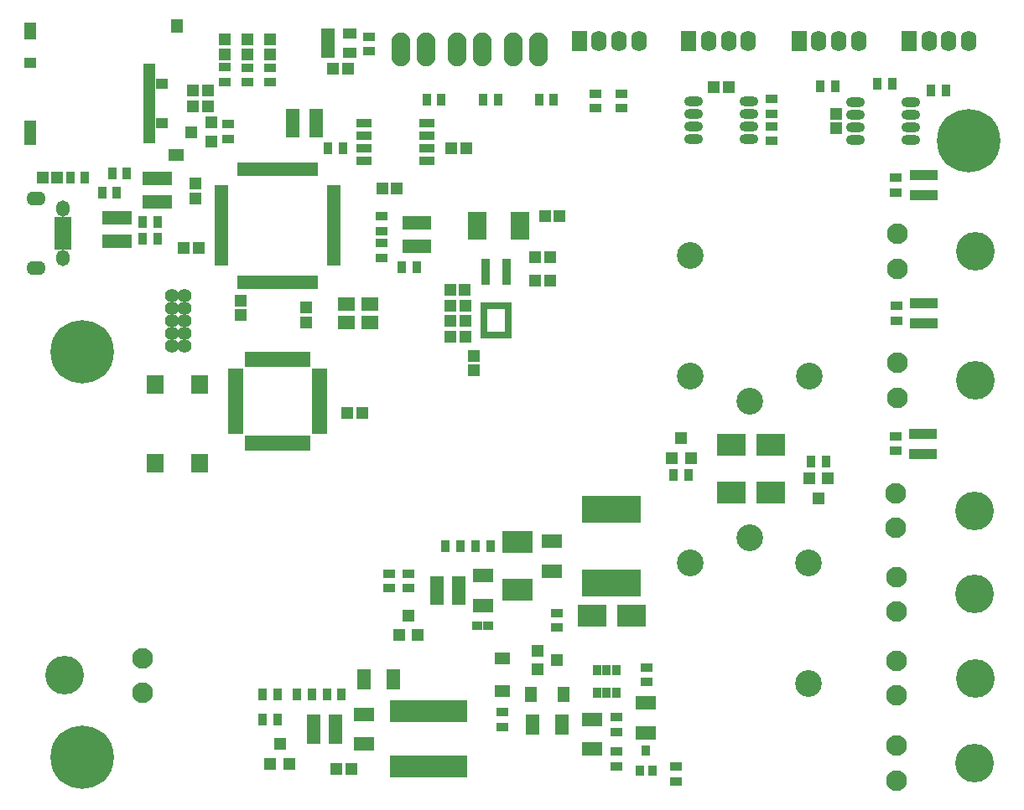
<source format=gbr>
G04 #@! TF.FileFunction,Soldermask,Top*
%FSLAX46Y46*%
G04 Gerber Fmt 4.6, Leading zero omitted, Abs format (unit mm)*
G04 Created by KiCad (PCBNEW 4.0.2-stable) date 4/11/2016 8:36:19 PM*
%MOMM*%
G01*
G04 APERTURE LIST*
%ADD10C,0.100000*%
%ADD11C,2.700000*%
%ADD12R,1.400000X0.650000*%
%ADD13R,0.650000X1.400000*%
%ADD14R,1.700000X1.950000*%
%ADD15R,1.600000X1.000000*%
%ADD16R,1.000000X1.600000*%
%ADD17R,1.850000X0.850000*%
%ADD18R,1.200000X1.150000*%
%ADD19R,1.150000X1.200000*%
%ADD20R,2.000000X1.400000*%
%ADD21R,1.000000X0.900000*%
%ADD22R,1.400000X2.000000*%
%ADD23R,1.310000X1.620000*%
%ADD24R,1.620000X1.310000*%
%ADD25R,0.857200X1.111200*%
%ADD26R,2.899360X2.200860*%
%ADD27R,6.000000X2.700000*%
%ADD28R,3.100020X2.200860*%
%ADD29R,7.900000X2.200000*%
%ADD30R,1.750000X0.800000*%
%ADD31O,1.350000X1.650000*%
%ADD32O,1.950000X1.400000*%
%ADD33C,1.400000*%
%ADD34R,1.200100X1.200100*%
%ADD35R,0.810000X1.050000*%
%ADD36R,0.908000X1.099000*%
%ADD37R,0.900000X1.300000*%
%ADD38R,1.300000X0.900000*%
%ADD39O,1.906220X3.414980*%
%ADD40R,1.460000X1.050000*%
%ADD41O,1.873200X1.009600*%
%ADD42R,1.543000X0.908000*%
%ADD43R,1.197560X1.197560*%
%ADD44R,1.600000X2.100000*%
%ADD45O,1.600000X2.100000*%
%ADD46R,1.550000X1.145000*%
%ADD47R,1.300000X1.350000*%
%ADD48R,1.150000X1.100000*%
%ADD49R,1.250000X1.600000*%
%ADD50R,1.150000X1.050000*%
%ADD51R,1.250000X1.700000*%
%ADD52R,1.700000X1.450000*%
%ADD53C,2.100000*%
%ADD54C,3.900000*%
%ADD55C,6.400000*%
%ADD56R,0.900000X0.750000*%
%ADD57R,0.800000X0.690000*%
%ADD58R,0.690000X0.800000*%
%ADD59R,0.800000X0.680000*%
%ADD60R,1.100000X1.400000*%
%ADD61R,1.400000X1.100000*%
G04 APERTURE END LIST*
D10*
D11*
X157423600Y-89875200D03*
X151423600Y-87325200D03*
X163423600Y-87325200D03*
X151423600Y-75125200D03*
D12*
X104078800Y-68335200D03*
X104078800Y-68835200D03*
X104078800Y-69335200D03*
X104078800Y-69835200D03*
X104078800Y-70335200D03*
X104078800Y-70835200D03*
X104078800Y-71335200D03*
X104078800Y-71835200D03*
X104078800Y-72335200D03*
X104078800Y-72835200D03*
X104078800Y-73335200D03*
X104078800Y-73835200D03*
X104078800Y-74335200D03*
X104078800Y-74835200D03*
X104078800Y-75335200D03*
X104078800Y-75835200D03*
D13*
X106028800Y-77785200D03*
X106528800Y-77785200D03*
X107028800Y-77785200D03*
X107528800Y-77785200D03*
X108028800Y-77785200D03*
X108528800Y-77785200D03*
X109028800Y-77785200D03*
X109528800Y-77785200D03*
X110028800Y-77785200D03*
X110528800Y-77785200D03*
X111028800Y-77785200D03*
X111528800Y-77785200D03*
X112028800Y-77785200D03*
X112528800Y-77785200D03*
X113028800Y-77785200D03*
X113528800Y-77785200D03*
D12*
X115478800Y-75835200D03*
X115478800Y-75335200D03*
X115478800Y-74835200D03*
X115478800Y-74335200D03*
X115478800Y-73835200D03*
X115478800Y-73335200D03*
X115478800Y-72835200D03*
X115478800Y-72335200D03*
X115478800Y-71835200D03*
X115478800Y-71335200D03*
X115478800Y-70835200D03*
X115478800Y-70335200D03*
X115478800Y-69835200D03*
X115478800Y-69335200D03*
X115478800Y-68835200D03*
X115478800Y-68335200D03*
D13*
X113528800Y-66385200D03*
X113028800Y-66385200D03*
X112528800Y-66385200D03*
X112028800Y-66385200D03*
X111528800Y-66385200D03*
X111028800Y-66385200D03*
X110528800Y-66385200D03*
X110028800Y-66385200D03*
X109528800Y-66385200D03*
X109028800Y-66385200D03*
X108528800Y-66385200D03*
X108028800Y-66385200D03*
X107528800Y-66385200D03*
X107028800Y-66385200D03*
X106528800Y-66385200D03*
X106028800Y-66385200D03*
D14*
X101919600Y-88176200D03*
X101919600Y-96126200D03*
X97419600Y-88176200D03*
X97419600Y-96126200D03*
D15*
X114028800Y-92665200D03*
X114028800Y-91865200D03*
X114028800Y-91065200D03*
X114028800Y-90265200D03*
X114028800Y-89465200D03*
X114028800Y-88665200D03*
X114028800Y-87865200D03*
X114028800Y-87065200D03*
D16*
X112578800Y-85615200D03*
X111778800Y-85615200D03*
X110978800Y-85615200D03*
X110178800Y-85615200D03*
X109378800Y-85615200D03*
X108578800Y-85615200D03*
X107778800Y-85615200D03*
X106978800Y-85615200D03*
D15*
X105528800Y-87065200D03*
X105528800Y-87865200D03*
X105528800Y-88665200D03*
X105528800Y-89465200D03*
X105528800Y-90265200D03*
X105528800Y-91065200D03*
X105528800Y-91865200D03*
X105528800Y-92665200D03*
D16*
X106978800Y-94115200D03*
X107778800Y-94115200D03*
X108578800Y-94115200D03*
X109378800Y-94115200D03*
X110178800Y-94115200D03*
X110978800Y-94115200D03*
X111778800Y-94115200D03*
X112578800Y-94115200D03*
D17*
X129890160Y-71130520D03*
X129890160Y-71780520D03*
X129890160Y-72430520D03*
X129890160Y-73080520D03*
X134290160Y-73080520D03*
X134290160Y-72430520D03*
X134290160Y-71780520D03*
X134290160Y-71130520D03*
D18*
X120331800Y-68326000D03*
X121831800Y-68326000D03*
D19*
X112674400Y-80377600D03*
X112674400Y-81877600D03*
D18*
X116818980Y-91041220D03*
X118318980Y-91041220D03*
D19*
X101447600Y-69342700D03*
X101447600Y-67842700D03*
D18*
X101791200Y-74371200D03*
X100291200Y-74371200D03*
D19*
X106019600Y-79666400D03*
X106019600Y-81166400D03*
D18*
X135785160Y-77683360D03*
X137285160Y-77683360D03*
X135785160Y-75321160D03*
X137285160Y-75321160D03*
D19*
X129560320Y-85244240D03*
X129560320Y-86744240D03*
D18*
X128720280Y-80187800D03*
X127220280Y-80187800D03*
X116878800Y-56235600D03*
X115378800Y-56235600D03*
X128730440Y-81742280D03*
X127230440Y-81742280D03*
X128730440Y-83296760D03*
X127230440Y-83296760D03*
D19*
X166156111Y-62283153D03*
X166156111Y-60783153D03*
D18*
X155335624Y-58064032D03*
X153835624Y-58064032D03*
X102715760Y-58404760D03*
X101215760Y-58404760D03*
X102736080Y-60022740D03*
X101236080Y-60022740D03*
X127316800Y-64287400D03*
X128816800Y-64287400D03*
D20*
X137500000Y-104000000D03*
X137500000Y-107000000D03*
D21*
X131050000Y-112500000D03*
X129950000Y-112500000D03*
D20*
X130500000Y-110500000D03*
X130500000Y-107500000D03*
X118500000Y-124500000D03*
X118500000Y-121500000D03*
D22*
X135500000Y-122500000D03*
X138500000Y-122500000D03*
D20*
X141500000Y-122000000D03*
X141500000Y-125000000D03*
D18*
X117250000Y-127000000D03*
X115750000Y-127000000D03*
D22*
X121500000Y-118000000D03*
X118500000Y-118000000D03*
D20*
X146989800Y-120369200D03*
X146989800Y-123369200D03*
D23*
X135365000Y-119500000D03*
X138635000Y-119500000D03*
D24*
X132500000Y-115865000D03*
X132500000Y-119135000D03*
D25*
X146329400Y-127228600D03*
X147650200Y-127228600D03*
X146989800Y-125196600D03*
D26*
X145498980Y-111500000D03*
X141501020Y-111500000D03*
D27*
X143500000Y-100800000D03*
X143500000Y-108200000D03*
D28*
X134000000Y-104099700D03*
X134000000Y-108900300D03*
D29*
X125000000Y-126800000D03*
X125000000Y-121200000D03*
D30*
X88125740Y-71571700D03*
X88125740Y-72221700D03*
X88125740Y-72871700D03*
X88125740Y-73521700D03*
X88125740Y-74171700D03*
D31*
X88125740Y-70371700D03*
X88125740Y-75371700D03*
D32*
X85425740Y-69371700D03*
X85425740Y-76371700D03*
D33*
X99136200Y-84277200D03*
X100406200Y-84277200D03*
X99136200Y-83007200D03*
X100406200Y-83007200D03*
X99136200Y-81737200D03*
X100406200Y-81737200D03*
X99136200Y-80467200D03*
X100406200Y-80467200D03*
X99136200Y-79197200D03*
X100406200Y-79197200D03*
D34*
X165338800Y-97678240D03*
X163438800Y-97678240D03*
X164388800Y-99677220D03*
X149595800Y-95590360D03*
X151495800Y-95590360D03*
X150545800Y-93591380D03*
X103057960Y-63586400D03*
X103057960Y-61686400D03*
X101058980Y-62636400D03*
D35*
X175993700Y-69049900D03*
X175993700Y-67017900D03*
X175343700Y-69049900D03*
X175343700Y-67017900D03*
X174693700Y-69049900D03*
X174693700Y-67017900D03*
X174043700Y-69049900D03*
X174043700Y-67017900D03*
X176019100Y-82003900D03*
X176019100Y-79971900D03*
X175369100Y-82003900D03*
X175369100Y-79971900D03*
X174719100Y-82003900D03*
X174719100Y-79971900D03*
X174069100Y-82003900D03*
X174069100Y-79971900D03*
X175930200Y-95186500D03*
X175930200Y-93154500D03*
X175280200Y-95186500D03*
X175280200Y-93154500D03*
X174630200Y-95186500D03*
X174630200Y-93154500D03*
X173980200Y-95186500D03*
X173980200Y-93154500D03*
D34*
X122050000Y-113500760D03*
X123950000Y-113500760D03*
X123000000Y-111501780D03*
X109050000Y-126500760D03*
X110950000Y-126500760D03*
X110000000Y-124501780D03*
D36*
X141999000Y-119354000D03*
X143000000Y-119354000D03*
X144001000Y-119354000D03*
X141999000Y-117000000D03*
X143009000Y-117000000D03*
X144001000Y-117000000D03*
D34*
X135999240Y-115050000D03*
X135999240Y-116950000D03*
X137998220Y-116000000D03*
D37*
X90335800Y-67208400D03*
X88835800Y-67208400D03*
X93561600Y-68732400D03*
X92061600Y-68732400D03*
X97676400Y-73406000D03*
X96176400Y-73406000D03*
X97676400Y-71704200D03*
X96176400Y-71704200D03*
D38*
X141836140Y-58744420D03*
X141836140Y-60244420D03*
X144475200Y-58744420D03*
X144475200Y-60244420D03*
X120319800Y-72657400D03*
X120319800Y-71157400D03*
X120319800Y-73849800D03*
X120319800Y-75349800D03*
X104449880Y-57605360D03*
X104449880Y-56105360D03*
X106735880Y-57630760D03*
X106735880Y-56130760D03*
D37*
X93064900Y-66840100D03*
X94564900Y-66840100D03*
X122353640Y-76321920D03*
X123853640Y-76321920D03*
X124827600Y-59334400D03*
X126327600Y-59334400D03*
X130517200Y-59334400D03*
X132017200Y-59334400D03*
X136156000Y-59334400D03*
X137656000Y-59334400D03*
D38*
X118973600Y-52996400D03*
X118973600Y-54496400D03*
D37*
X171808311Y-57723153D03*
X170308311Y-57723153D03*
X165164200Y-95910400D03*
X163664200Y-95910400D03*
D38*
X159665624Y-59269832D03*
X159665624Y-60769832D03*
X159665624Y-62038432D03*
X159665624Y-63538432D03*
D37*
X175729200Y-58445400D03*
X177229200Y-58445400D03*
X164578600Y-58013600D03*
X166078600Y-58013600D03*
X149770400Y-97332800D03*
X151270400Y-97332800D03*
D38*
X172148500Y-68783900D03*
X172148500Y-67283900D03*
X172275500Y-81687100D03*
X172275500Y-80187100D03*
X172186600Y-94869700D03*
X172186600Y-93369700D03*
X104780080Y-63353380D03*
X104780080Y-61853380D03*
D37*
X131250000Y-104500000D03*
X129750000Y-104500000D03*
X128250000Y-104500000D03*
X126750000Y-104500000D03*
D38*
X123000000Y-108750000D03*
X123000000Y-107250000D03*
X121000000Y-107250000D03*
X121000000Y-108750000D03*
D37*
X109750000Y-122000000D03*
X108250000Y-122000000D03*
X108250000Y-119500000D03*
X109750000Y-119500000D03*
X113250000Y-119500000D03*
X111750000Y-119500000D03*
D38*
X150000000Y-126750000D03*
X150000000Y-128250000D03*
D37*
X116250000Y-119500000D03*
X114750000Y-119500000D03*
D38*
X144000000Y-121750000D03*
X144000000Y-123250000D03*
X132500000Y-121250000D03*
X132500000Y-122750000D03*
X147000000Y-116750000D03*
X147000000Y-118250000D03*
X144000000Y-126750000D03*
X144000000Y-125250000D03*
X138000000Y-112750000D03*
X138000000Y-111250000D03*
D39*
X122224800Y-54279800D03*
X124764800Y-54279800D03*
X127939800Y-54279800D03*
X130479800Y-54279800D03*
X133553200Y-54254400D03*
X136093200Y-54254400D03*
D40*
X114825600Y-52694800D03*
X114825600Y-53644800D03*
X114825600Y-54594800D03*
X117025600Y-54594800D03*
X117025600Y-52694800D03*
D41*
X151791624Y-59499132D03*
X151791624Y-60769132D03*
X151791624Y-62039132D03*
X151791624Y-63309132D03*
X157379624Y-63309132D03*
X157379624Y-62039132D03*
X157379624Y-60769132D03*
X157379624Y-59499132D03*
D42*
X124841000Y-61747400D03*
X124841000Y-63017400D03*
X124841000Y-64287400D03*
X124841000Y-65557400D03*
X118491000Y-65557400D03*
X118491000Y-64287400D03*
X118491000Y-63017400D03*
X118491000Y-61747400D03*
D40*
X128100000Y-109950000D03*
X128100000Y-109000000D03*
X128100000Y-108050000D03*
X125900000Y-108050000D03*
X125900000Y-109950000D03*
X125900000Y-109000000D03*
X115600000Y-123950000D03*
X115600000Y-123000000D03*
X115600000Y-122050000D03*
X113400000Y-122050000D03*
X113400000Y-123950000D03*
X113400000Y-123000000D03*
D41*
X168111911Y-59602753D03*
X168111911Y-60872753D03*
X168111911Y-62142753D03*
X168111911Y-63412753D03*
X173699911Y-63412753D03*
X173699911Y-62142753D03*
X173699911Y-60872753D03*
X173699911Y-59602753D03*
D43*
X87541100Y-67233800D03*
X86042500Y-67233800D03*
X104449880Y-54785260D03*
X104449880Y-53286660D03*
X106735880Y-54810660D03*
X106735880Y-53312060D03*
X109047280Y-54810660D03*
X109047280Y-53312060D03*
D26*
X155557220Y-99085400D03*
X159555180Y-99085400D03*
X159605980Y-94284800D03*
X155608020Y-94284800D03*
D18*
X128699960Y-78623160D03*
X127199960Y-78623160D03*
D38*
X109047280Y-57630760D03*
X109047280Y-56130760D03*
D18*
X136760520Y-71140320D03*
X138260520Y-71140320D03*
D11*
X157409400Y-103647400D03*
X163409400Y-106197400D03*
X151409400Y-106197400D03*
X163409400Y-118397400D03*
D44*
X140246100Y-53454300D03*
D45*
X142246100Y-53454300D03*
X144246100Y-53454300D03*
X146246100Y-53454300D03*
D44*
X151295100Y-53454300D03*
D45*
X153295100Y-53454300D03*
X155295100Y-53454300D03*
X157295100Y-53454300D03*
D44*
X162420300Y-53454300D03*
D45*
X164420300Y-53454300D03*
X166420300Y-53454300D03*
X168420300Y-53454300D03*
D44*
X173545500Y-53454300D03*
D45*
X175545500Y-53454300D03*
X177545500Y-53454300D03*
X179545500Y-53454300D03*
D46*
X99569720Y-64937260D03*
D47*
X99644720Y-51902260D03*
D48*
X98069720Y-57727260D03*
X98069720Y-61727260D03*
X96869720Y-63227260D03*
X96869720Y-62227260D03*
X96869720Y-61227260D03*
X96869720Y-60227260D03*
X96869720Y-59227260D03*
X96869720Y-58227260D03*
X96869720Y-57227260D03*
X96869720Y-56227260D03*
D49*
X84844720Y-63189760D03*
D50*
X84819720Y-61952260D03*
X84819720Y-55602260D03*
D51*
X84844720Y-52464760D03*
D37*
X114896200Y-64287400D03*
X116396200Y-64287400D03*
D52*
X116756800Y-80050200D03*
X116756800Y-81900200D03*
X119056800Y-80050200D03*
X119056800Y-81900200D03*
D53*
X96175000Y-115826600D03*
X96175000Y-119326600D03*
D54*
X88265000Y-117576600D03*
D53*
X172339000Y-76448800D03*
X172339000Y-72948800D03*
D54*
X180249000Y-74698800D03*
D53*
X172339000Y-89481600D03*
X172339000Y-85981600D03*
D54*
X180249000Y-87731600D03*
D53*
X172201400Y-102664200D03*
X172201400Y-99164200D03*
D54*
X180111400Y-100914200D03*
D53*
X172252200Y-128165800D03*
X172252200Y-124665800D03*
D54*
X180162200Y-126415800D03*
D53*
X172277600Y-119606000D03*
X172277600Y-116106000D03*
D54*
X180187600Y-117856000D03*
D53*
X172226800Y-111097000D03*
X172226800Y-107597000D03*
D54*
X180136800Y-109347000D03*
D55*
X90018000Y-125866000D03*
X90054000Y-84813000D03*
X179514000Y-63520000D03*
D56*
X132861160Y-75768560D03*
X130811160Y-75768560D03*
X132861160Y-76418560D03*
X130811160Y-76418560D03*
X132861160Y-77068560D03*
X130811160Y-77068560D03*
X132861160Y-77718560D03*
X130811160Y-77718560D03*
D57*
X130606000Y-80176400D03*
D58*
X131186000Y-80176400D03*
X131616000Y-80176400D03*
X132046000Y-80176400D03*
X132476000Y-80176400D03*
D59*
X133056000Y-80176400D03*
X133056000Y-80606400D03*
X133056000Y-81036400D03*
X133056000Y-81466400D03*
X133056000Y-81896400D03*
X133056000Y-82326400D03*
X133056000Y-82756400D03*
X133056000Y-83186400D03*
D58*
X132476000Y-83186400D03*
X132046000Y-83186400D03*
X131616000Y-83186400D03*
X131186000Y-83186400D03*
D59*
X130606000Y-83186400D03*
X130606000Y-82756400D03*
D57*
X130606000Y-82326400D03*
X130606000Y-81896400D03*
X130606000Y-81466400D03*
X130606000Y-81036400D03*
X130606000Y-80606400D03*
D60*
X124780080Y-74174200D03*
X124780080Y-71774200D03*
X123830080Y-74174200D03*
X123830080Y-71774200D03*
X122880080Y-74174200D03*
X122880080Y-71774200D03*
D61*
X111296600Y-62697400D03*
X113696600Y-62697400D03*
X111296600Y-61747400D03*
X113696600Y-61747400D03*
X111296600Y-60797400D03*
X113696600Y-60797400D03*
D60*
X98587600Y-69703800D03*
X98587600Y-67303800D03*
X97637600Y-69703800D03*
X97637600Y-67303800D03*
X96687600Y-69703800D03*
X96687600Y-67303800D03*
X92623600Y-71291600D03*
X92623600Y-73691600D03*
X93573600Y-71291600D03*
X93573600Y-73691600D03*
X94523600Y-71291600D03*
X94523600Y-73691600D03*
M02*

</source>
